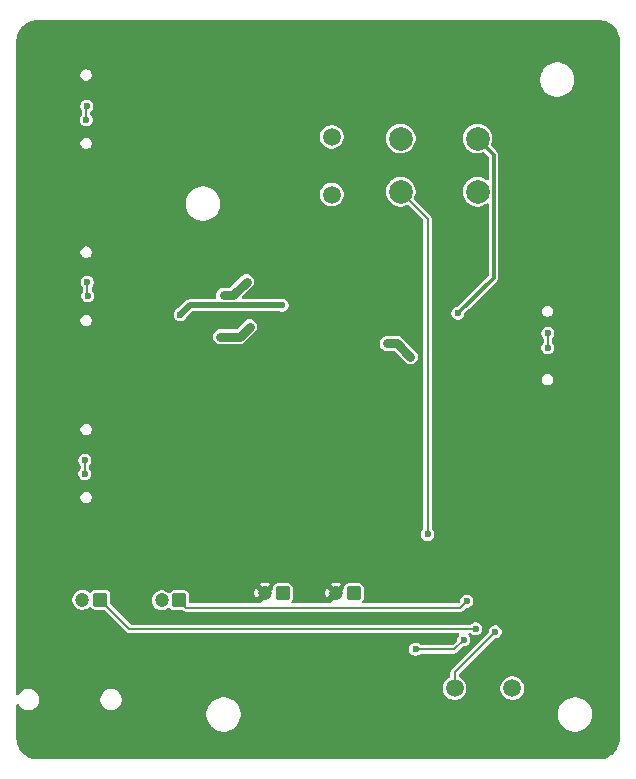
<source format=gbr>
%TF.GenerationSoftware,KiCad,Pcbnew,9.0.6*%
%TF.CreationDate,2025-12-10T20:15:34-10:00*%
%TF.ProjectId,PCB,5043422e-6b69-4636-9164-5f7063625858,rev?*%
%TF.SameCoordinates,Original*%
%TF.FileFunction,Copper,L2,Bot*%
%TF.FilePolarity,Positive*%
%FSLAX46Y46*%
G04 Gerber Fmt 4.6, Leading zero omitted, Abs format (unit mm)*
G04 Created by KiCad (PCBNEW 9.0.6) date 2025-12-10 20:15:34*
%MOMM*%
%LPD*%
G01*
G04 APERTURE LIST*
G04 Aperture macros list*
%AMRoundRect*
0 Rectangle with rounded corners*
0 $1 Rounding radius*
0 $2 $3 $4 $5 $6 $7 $8 $9 X,Y pos of 4 corners*
0 Add a 4 corners polygon primitive as box body*
4,1,4,$2,$3,$4,$5,$6,$7,$8,$9,$2,$3,0*
0 Add four circle primitives for the rounded corners*
1,1,$1+$1,$2,$3*
1,1,$1+$1,$4,$5*
1,1,$1+$1,$6,$7*
1,1,$1+$1,$8,$9*
0 Add four rect primitives between the rounded corners*
20,1,$1+$1,$2,$3,$4,$5,0*
20,1,$1+$1,$4,$5,$6,$7,0*
20,1,$1+$1,$6,$7,$8,$9,0*
20,1,$1+$1,$8,$9,$2,$3,0*%
G04 Aperture macros list end*
%TA.AperFunction,ComponentPad*%
%ADD10RoundRect,0.250000X0.350000X0.350000X-0.350000X0.350000X-0.350000X-0.350000X0.350000X-0.350000X0*%
%TD*%
%TA.AperFunction,ComponentPad*%
%ADD11C,1.200000*%
%TD*%
%TA.AperFunction,ComponentPad*%
%ADD12C,2.000000*%
%TD*%
%TA.AperFunction,ComponentPad*%
%ADD13C,1.500000*%
%TD*%
%TA.AperFunction,ViaPad*%
%ADD14C,0.600000*%
%TD*%
%TA.AperFunction,Conductor*%
%ADD15C,0.300000*%
%TD*%
%TA.AperFunction,Conductor*%
%ADD16C,0.500000*%
%TD*%
%TA.AperFunction,Conductor*%
%ADD17C,0.200000*%
%TD*%
%TA.AperFunction,Conductor*%
%ADD18C,0.770000*%
%TD*%
G04 APERTURE END LIST*
D10*
%TO.P,C12,1*%
%TO.N,Net-(U1-VCOM)*%
X75250000Y-91000000D03*
D11*
%TO.P,C12,2*%
%TO.N,GND*%
X73750000Y-91000000D03*
%TD*%
D10*
%TO.P,C7,1*%
%TO.N,Net-(U1-VOUTL)*%
X60500000Y-91600000D03*
D11*
%TO.P,C7,2*%
%TO.N,/L_Out*%
X59000000Y-91600000D03*
%TD*%
D10*
%TO.P,C8,1*%
%TO.N,Net-(U1-VOUTR)*%
X53800000Y-91550000D03*
D11*
%TO.P,C8,2*%
%TO.N,/R_Out*%
X52300000Y-91550000D03*
%TD*%
D12*
%TO.P,SW1,1,1*%
%TO.N,+5V*%
X79250000Y-52500000D03*
X85750000Y-52500000D03*
%TO.P,SW1,2,2*%
%TO.N,/Mute*%
X79250000Y-57000000D03*
X85750000Y-57000000D03*
%TD*%
D10*
%TO.P,C11,1*%
%TO.N,Net-(U1-VCCCI)*%
X69250000Y-91000000D03*
D11*
%TO.P,C11,2*%
%TO.N,GND*%
X67750000Y-91000000D03*
%TD*%
D13*
%TO.P,Y2,1,1*%
%TO.N,Net-(IC1-XIN)*%
X73400000Y-52360000D03*
%TO.P,Y2,2,2*%
%TO.N,Net-(IC1-XOUT)*%
X73400000Y-57240000D03*
%TD*%
%TO.P,Y1,1,1*%
%TO.N,Net-(U1-XTI)*%
X83810000Y-99025000D03*
%TO.P,Y1,2,2*%
%TO.N,Net-(U1-XTO)*%
X88690000Y-99025000D03*
%TD*%
D14*
%TO.N,GND*%
X62206918Y-50000000D03*
X66000000Y-83000000D03*
X61000000Y-72000000D03*
X62500000Y-54250000D03*
X59000000Y-47500000D03*
X59000000Y-67500000D03*
X85500000Y-68000000D03*
X87875000Y-90350000D03*
X59000000Y-52500000D03*
X62006918Y-79999999D03*
X59000000Y-82500000D03*
X59000000Y-62500000D03*
X59000000Y-77500000D03*
X82424502Y-70000000D03*
X85500000Y-72000000D03*
X62006919Y-65000000D03*
%TO.N,+5V*%
X84074032Y-67299000D03*
X69200000Y-66600000D03*
X60593838Y-67393838D03*
%TO.N,Net-(U1-VOUTL)*%
X84850000Y-91650000D03*
%TO.N,Net-(U1-VOUTR)*%
X85600000Y-94000000D03*
%TO.N,Net-(U1-XTI)*%
X87250000Y-94250000D03*
%TO.N,Net-(U1-XTO)*%
X84582500Y-94917500D03*
X80500000Y-95750000D03*
%TO.N,/D3+*%
X63983847Y-69263847D03*
X66450000Y-68420000D03*
%TO.N,/D_In+*%
X78090000Y-69840000D03*
X80060000Y-70960000D03*
%TO.N,/D2-*%
X66200000Y-64600000D03*
X64250000Y-65750000D03*
%TO.N,/D1_Mid+*%
X52625000Y-50909075D03*
X52650000Y-49750000D03*
%TO.N,/D2_Mid+*%
X52715156Y-64672501D03*
X52745704Y-65796227D03*
%TO.N,/D3_Mid+*%
X52500000Y-80875000D03*
X52500000Y-79750000D03*
%TO.N,/Mute*%
X81515000Y-86015000D03*
%TO.N,/D_In_Mid+*%
X91690000Y-70200000D03*
X91690000Y-69000000D03*
%TD*%
D15*
%TO.N,+5V*%
X85750000Y-52500000D02*
X87101000Y-53851000D01*
X87101000Y-64272032D02*
X84074032Y-67299000D01*
D16*
X61387676Y-66600000D02*
X60593838Y-67393838D01*
D15*
X87101000Y-53851000D02*
X87101000Y-64272032D01*
D16*
X69200000Y-66600000D02*
X61387676Y-66600000D01*
D17*
%TO.N,Net-(U1-VOUTL)*%
X60500000Y-91600000D02*
X61100000Y-92200000D01*
X61100000Y-92200000D02*
X84300000Y-92200000D01*
X84300000Y-92200000D02*
X84850000Y-91650000D01*
%TO.N,Net-(U1-VOUTR)*%
X56250000Y-94000000D02*
X53800000Y-91550000D01*
X85600000Y-94000000D02*
X56250000Y-94000000D01*
%TO.N,Net-(U1-XTI)*%
X83810000Y-97690000D02*
X87250000Y-94250000D01*
X83810000Y-99025000D02*
X83810000Y-97690000D01*
%TO.N,Net-(U1-XTO)*%
X84582500Y-94917500D02*
X83750000Y-95750000D01*
X83750000Y-95750000D02*
X80500000Y-95750000D01*
D18*
%TO.N,/D3+*%
X65606153Y-69263847D02*
X66450000Y-68420000D01*
X63983847Y-69263847D02*
X65606153Y-69263847D01*
%TO.N,/D_In+*%
X78090000Y-69840000D02*
X78940000Y-69840000D01*
X78940000Y-69840000D02*
X80060000Y-70960000D01*
%TO.N,/D2-*%
X65050000Y-65750000D02*
X66200000Y-64600000D01*
X64250000Y-65750000D02*
X65050000Y-65750000D01*
D17*
%TO.N,/D1_Mid+*%
X52625000Y-49775000D02*
X52650000Y-49750000D01*
X52625000Y-50868150D02*
X52625000Y-49775000D01*
X52665925Y-50909075D02*
X52625000Y-50868150D01*
X52625000Y-50909075D02*
X52665925Y-50909075D01*
%TO.N,/D2_Mid+*%
X52715156Y-65765679D02*
X52715156Y-64672501D01*
X52745704Y-65796227D02*
X52715156Y-65765679D01*
%TO.N,/D3_Mid+*%
X52500000Y-80875000D02*
X52500000Y-79750000D01*
%TO.N,/Mute*%
X81515000Y-59265000D02*
X79250000Y-57000000D01*
X81515000Y-86015000D02*
X81515000Y-59265000D01*
%TO.N,/D_In_Mid+*%
X91690000Y-69000000D02*
X91690000Y-70200000D01*
%TD*%
%TA.AperFunction,Conductor*%
%TO.N,GND*%
G36*
X96004043Y-42450765D02*
G01*
X96226790Y-42465364D01*
X96242848Y-42467479D01*
X96428875Y-42504482D01*
X96457771Y-42510230D01*
X96473438Y-42514428D01*
X96626569Y-42566409D01*
X96680944Y-42584867D01*
X96695921Y-42591070D01*
X96886791Y-42685196D01*
X96892460Y-42687992D01*
X96906508Y-42696102D01*
X97088712Y-42817848D01*
X97101573Y-42827716D01*
X97206495Y-42919730D01*
X97266328Y-42972202D01*
X97277797Y-42983671D01*
X97388160Y-43109517D01*
X97422280Y-43148423D01*
X97432154Y-43161291D01*
X97553897Y-43343492D01*
X97562007Y-43357539D01*
X97658926Y-43554071D01*
X97665133Y-43569057D01*
X97735571Y-43776561D01*
X97739769Y-43792228D01*
X97782518Y-44007140D01*
X97784636Y-44023221D01*
X97799235Y-44245956D01*
X97799500Y-44254066D01*
X97799500Y-103245933D01*
X97799235Y-103254043D01*
X97784636Y-103476778D01*
X97782518Y-103492859D01*
X97739769Y-103707771D01*
X97735571Y-103723438D01*
X97665133Y-103930942D01*
X97658926Y-103945928D01*
X97562007Y-104142460D01*
X97553897Y-104156507D01*
X97432154Y-104338708D01*
X97422280Y-104351576D01*
X97277797Y-104516328D01*
X97266328Y-104527797D01*
X97101576Y-104672280D01*
X97088708Y-104682154D01*
X96906507Y-104803897D01*
X96892460Y-104812007D01*
X96695928Y-104908926D01*
X96680942Y-104915133D01*
X96473438Y-104985571D01*
X96457771Y-104989769D01*
X96242859Y-105032518D01*
X96226778Y-105034636D01*
X96004043Y-105049235D01*
X95995933Y-105049500D01*
X48504067Y-105049500D01*
X48495957Y-105049235D01*
X48273221Y-105034636D01*
X48257140Y-105032518D01*
X48042228Y-104989769D01*
X48026561Y-104985571D01*
X47819057Y-104915133D01*
X47804071Y-104908926D01*
X47607539Y-104812007D01*
X47593492Y-104803897D01*
X47411291Y-104682154D01*
X47398423Y-104672280D01*
X47233671Y-104527797D01*
X47222202Y-104516328D01*
X47169730Y-104456495D01*
X47077716Y-104351573D01*
X47067845Y-104338708D01*
X46946102Y-104156507D01*
X46937992Y-104142460D01*
X46935196Y-104136791D01*
X46841070Y-103945921D01*
X46834866Y-103930942D01*
X46764428Y-103723438D01*
X46760230Y-103707771D01*
X46748217Y-103647376D01*
X46717479Y-103492848D01*
X46715364Y-103476790D01*
X46700765Y-103254043D01*
X46700500Y-103245933D01*
X46700500Y-101135837D01*
X62799500Y-101135837D01*
X62799500Y-101364162D01*
X62835215Y-101589660D01*
X62905770Y-101806803D01*
X63009421Y-102010228D01*
X63143621Y-102194937D01*
X63305063Y-102356379D01*
X63489772Y-102490579D01*
X63585884Y-102539550D01*
X63693196Y-102594229D01*
X63693198Y-102594229D01*
X63693201Y-102594231D01*
X63809592Y-102632049D01*
X63910339Y-102664784D01*
X64135838Y-102700500D01*
X64135843Y-102700500D01*
X64364162Y-102700500D01*
X64589660Y-102664784D01*
X64806799Y-102594231D01*
X65010228Y-102490579D01*
X65194937Y-102356379D01*
X65356379Y-102194937D01*
X65490579Y-102010228D01*
X65594231Y-101806799D01*
X65664784Y-101589660D01*
X65700500Y-101364162D01*
X65700500Y-101135837D01*
X92549500Y-101135837D01*
X92549500Y-101364162D01*
X92585215Y-101589660D01*
X92655770Y-101806803D01*
X92759421Y-102010228D01*
X92893621Y-102194937D01*
X93055063Y-102356379D01*
X93239772Y-102490579D01*
X93335884Y-102539550D01*
X93443196Y-102594229D01*
X93443198Y-102594229D01*
X93443201Y-102594231D01*
X93559592Y-102632049D01*
X93660339Y-102664784D01*
X93885838Y-102700500D01*
X93885843Y-102700500D01*
X94114162Y-102700500D01*
X94339660Y-102664784D01*
X94556799Y-102594231D01*
X94760228Y-102490579D01*
X94944937Y-102356379D01*
X95106379Y-102194937D01*
X95240579Y-102010228D01*
X95344231Y-101806799D01*
X95414784Y-101589660D01*
X95450500Y-101364162D01*
X95450500Y-101135837D01*
X95414784Y-100910339D01*
X95344229Y-100693196D01*
X95283513Y-100574035D01*
X95240579Y-100489772D01*
X95106379Y-100305063D01*
X94944937Y-100143621D01*
X94760228Y-100009421D01*
X94556803Y-99905770D01*
X94339660Y-99835215D01*
X94114162Y-99799500D01*
X94114157Y-99799500D01*
X93885843Y-99799500D01*
X93885838Y-99799500D01*
X93660339Y-99835215D01*
X93443196Y-99905770D01*
X93239771Y-100009421D01*
X93055061Y-100143622D01*
X92893622Y-100305061D01*
X92759421Y-100489771D01*
X92655770Y-100693196D01*
X92585215Y-100910339D01*
X92549500Y-101135837D01*
X65700500Y-101135837D01*
X65664784Y-100910339D01*
X65594229Y-100693196D01*
X65533513Y-100574035D01*
X65490579Y-100489772D01*
X65356379Y-100305063D01*
X65194937Y-100143621D01*
X65010228Y-100009421D01*
X64806803Y-99905770D01*
X64589660Y-99835215D01*
X64364162Y-99799500D01*
X64364157Y-99799500D01*
X64135843Y-99799500D01*
X64135838Y-99799500D01*
X63910339Y-99835215D01*
X63693196Y-99905770D01*
X63489771Y-100009421D01*
X63305061Y-100143622D01*
X63143622Y-100305061D01*
X63009421Y-100489771D01*
X62905770Y-100693196D01*
X62835215Y-100910339D01*
X62799500Y-101135837D01*
X46700500Y-101135837D01*
X46700500Y-100496359D01*
X46720185Y-100429320D01*
X46772989Y-100383565D01*
X46842147Y-100373621D01*
X46905703Y-100402646D01*
X46927602Y-100427468D01*
X47025535Y-100574034D01*
X47025538Y-100574038D01*
X47150961Y-100699461D01*
X47150965Y-100699464D01*
X47298446Y-100798009D01*
X47298459Y-100798016D01*
X47421363Y-100848923D01*
X47462334Y-100865894D01*
X47462336Y-100865894D01*
X47462341Y-100865896D01*
X47636304Y-100900499D01*
X47636307Y-100900500D01*
X47636309Y-100900500D01*
X47813693Y-100900500D01*
X47813694Y-100900499D01*
X47871682Y-100888964D01*
X47987658Y-100865896D01*
X47987661Y-100865894D01*
X47987666Y-100865894D01*
X48151547Y-100798013D01*
X48299035Y-100699464D01*
X48424464Y-100574035D01*
X48523013Y-100426547D01*
X48590894Y-100262666D01*
X48602255Y-100205554D01*
X48625499Y-100088695D01*
X48625500Y-100088693D01*
X48625500Y-99911306D01*
X48625499Y-99911304D01*
X53824500Y-99911304D01*
X53824500Y-100088695D01*
X53859103Y-100262658D01*
X53859106Y-100262667D01*
X53926983Y-100426540D01*
X53926990Y-100426553D01*
X54025535Y-100574034D01*
X54025538Y-100574038D01*
X54150961Y-100699461D01*
X54150965Y-100699464D01*
X54298446Y-100798009D01*
X54298459Y-100798016D01*
X54421363Y-100848923D01*
X54462334Y-100865894D01*
X54462336Y-100865894D01*
X54462341Y-100865896D01*
X54636304Y-100900499D01*
X54636307Y-100900500D01*
X54636309Y-100900500D01*
X54813693Y-100900500D01*
X54813694Y-100900499D01*
X54871682Y-100888964D01*
X54987658Y-100865896D01*
X54987661Y-100865894D01*
X54987666Y-100865894D01*
X55151547Y-100798013D01*
X55299035Y-100699464D01*
X55424464Y-100574035D01*
X55523013Y-100426547D01*
X55590894Y-100262666D01*
X55602255Y-100205554D01*
X55625499Y-100088695D01*
X55625500Y-100088693D01*
X55625500Y-99911306D01*
X55625499Y-99911304D01*
X55590896Y-99737341D01*
X55590893Y-99737332D01*
X55523016Y-99573459D01*
X55523009Y-99573446D01*
X55424464Y-99425965D01*
X55424461Y-99425961D01*
X55299038Y-99300538D01*
X55299034Y-99300535D01*
X55151553Y-99201990D01*
X55151540Y-99201983D01*
X54987667Y-99134106D01*
X54987658Y-99134103D01*
X54934568Y-99123543D01*
X82809499Y-99123543D01*
X82847947Y-99316829D01*
X82847950Y-99316839D01*
X82923364Y-99498907D01*
X82923371Y-99498920D01*
X83032860Y-99662781D01*
X83032863Y-99662785D01*
X83172214Y-99802136D01*
X83172218Y-99802139D01*
X83336079Y-99911628D01*
X83336092Y-99911635D01*
X83518160Y-99987049D01*
X83518165Y-99987051D01*
X83518169Y-99987051D01*
X83518170Y-99987052D01*
X83711456Y-100025500D01*
X83711459Y-100025500D01*
X83908543Y-100025500D01*
X84038582Y-99999632D01*
X84101835Y-99987051D01*
X84283914Y-99911632D01*
X84447782Y-99802139D01*
X84587139Y-99662782D01*
X84696632Y-99498914D01*
X84772051Y-99316835D01*
X84784632Y-99253582D01*
X84810500Y-99123543D01*
X87689499Y-99123543D01*
X87727947Y-99316829D01*
X87727950Y-99316839D01*
X87803364Y-99498907D01*
X87803371Y-99498920D01*
X87912860Y-99662781D01*
X87912863Y-99662785D01*
X88052214Y-99802136D01*
X88052218Y-99802139D01*
X88216079Y-99911628D01*
X88216092Y-99911635D01*
X88398160Y-99987049D01*
X88398165Y-99987051D01*
X88398169Y-99987051D01*
X88398170Y-99987052D01*
X88591456Y-100025500D01*
X88591459Y-100025500D01*
X88788543Y-100025500D01*
X88918582Y-99999632D01*
X88981835Y-99987051D01*
X89163914Y-99911632D01*
X89327782Y-99802139D01*
X89467139Y-99662782D01*
X89576632Y-99498914D01*
X89652051Y-99316835D01*
X89664632Y-99253582D01*
X89690500Y-99123543D01*
X89690500Y-98926456D01*
X89652052Y-98733170D01*
X89652051Y-98733169D01*
X89652051Y-98733165D01*
X89652049Y-98733160D01*
X89576635Y-98551092D01*
X89576628Y-98551079D01*
X89467139Y-98387218D01*
X89467136Y-98387214D01*
X89327785Y-98247863D01*
X89327781Y-98247860D01*
X89163920Y-98138371D01*
X89163907Y-98138364D01*
X88981839Y-98062950D01*
X88981829Y-98062947D01*
X88788543Y-98024500D01*
X88788541Y-98024500D01*
X88591459Y-98024500D01*
X88591457Y-98024500D01*
X88398170Y-98062947D01*
X88398160Y-98062950D01*
X88216092Y-98138364D01*
X88216079Y-98138371D01*
X88052218Y-98247860D01*
X88052214Y-98247863D01*
X87912863Y-98387214D01*
X87912860Y-98387218D01*
X87803371Y-98551079D01*
X87803364Y-98551092D01*
X87727950Y-98733160D01*
X87727947Y-98733170D01*
X87689500Y-98926456D01*
X87689500Y-98926459D01*
X87689500Y-99123541D01*
X87689500Y-99123543D01*
X87689499Y-99123543D01*
X84810500Y-99123543D01*
X84810500Y-98926456D01*
X84772052Y-98733170D01*
X84772051Y-98733169D01*
X84772051Y-98733165D01*
X84772049Y-98733160D01*
X84696635Y-98551092D01*
X84696628Y-98551079D01*
X84587139Y-98387218D01*
X84587136Y-98387214D01*
X84447785Y-98247863D01*
X84447781Y-98247860D01*
X84283920Y-98138371D01*
X84283905Y-98138363D01*
X84237046Y-98118953D01*
X84221482Y-98106410D01*
X84203297Y-98098106D01*
X84194832Y-98084935D01*
X84182643Y-98075112D01*
X84176330Y-98056144D01*
X84165523Y-98039328D01*
X84161559Y-98011764D01*
X84160579Y-98008817D01*
X84160500Y-98004393D01*
X84160500Y-97886544D01*
X84180185Y-97819505D01*
X84196819Y-97798863D01*
X87158863Y-94836819D01*
X87220186Y-94803334D01*
X87246544Y-94800500D01*
X87322472Y-94800500D01*
X87322475Y-94800500D01*
X87462485Y-94762984D01*
X87588015Y-94690509D01*
X87690509Y-94588015D01*
X87762984Y-94462485D01*
X87800500Y-94322475D01*
X87800500Y-94177525D01*
X87762984Y-94037515D01*
X87690509Y-93911985D01*
X87588015Y-93809491D01*
X87588013Y-93809490D01*
X87588011Y-93809488D01*
X87462488Y-93737017D01*
X87462489Y-93737017D01*
X87451006Y-93733940D01*
X87322475Y-93699500D01*
X87177525Y-93699500D01*
X87048993Y-93733940D01*
X87037511Y-93737017D01*
X86911988Y-93809488D01*
X86911982Y-93809493D01*
X86809493Y-93911982D01*
X86809488Y-93911988D01*
X86737017Y-94037511D01*
X86737016Y-94037515D01*
X86699500Y-94177525D01*
X86699500Y-94177527D01*
X86699500Y-94253456D01*
X86679815Y-94320495D01*
X86663181Y-94341137D01*
X83529531Y-97474786D01*
X83529527Y-97474791D01*
X83483387Y-97554709D01*
X83483386Y-97554712D01*
X83459500Y-97643856D01*
X83459500Y-98004393D01*
X83439815Y-98071432D01*
X83387011Y-98117187D01*
X83382954Y-98118953D01*
X83336094Y-98138363D01*
X83336079Y-98138371D01*
X83172218Y-98247860D01*
X83172214Y-98247863D01*
X83032863Y-98387214D01*
X83032860Y-98387218D01*
X82923371Y-98551079D01*
X82923364Y-98551092D01*
X82847950Y-98733160D01*
X82847947Y-98733170D01*
X82809500Y-98926456D01*
X82809500Y-98926459D01*
X82809500Y-99123541D01*
X82809500Y-99123543D01*
X82809499Y-99123543D01*
X54934568Y-99123543D01*
X54813694Y-99099500D01*
X54813691Y-99099500D01*
X54636309Y-99099500D01*
X54636306Y-99099500D01*
X54462341Y-99134103D01*
X54462332Y-99134106D01*
X54298459Y-99201983D01*
X54298446Y-99201990D01*
X54150965Y-99300535D01*
X54150961Y-99300538D01*
X54025538Y-99425961D01*
X54025535Y-99425965D01*
X53926990Y-99573446D01*
X53926983Y-99573459D01*
X53859106Y-99737332D01*
X53859103Y-99737341D01*
X53824500Y-99911304D01*
X48625499Y-99911304D01*
X48590896Y-99737341D01*
X48590893Y-99737332D01*
X48523016Y-99573459D01*
X48523009Y-99573446D01*
X48424464Y-99425965D01*
X48424461Y-99425961D01*
X48299038Y-99300538D01*
X48299034Y-99300535D01*
X48151553Y-99201990D01*
X48151540Y-99201983D01*
X47987667Y-99134106D01*
X47987658Y-99134103D01*
X47813694Y-99099500D01*
X47813691Y-99099500D01*
X47636309Y-99099500D01*
X47636306Y-99099500D01*
X47462341Y-99134103D01*
X47462332Y-99134106D01*
X47298459Y-99201983D01*
X47298446Y-99201990D01*
X47150965Y-99300535D01*
X47150961Y-99300538D01*
X47025538Y-99425961D01*
X47025535Y-99425965D01*
X46927602Y-99572531D01*
X46873989Y-99617336D01*
X46804664Y-99626043D01*
X46741637Y-99595888D01*
X46704918Y-99536445D01*
X46700500Y-99503640D01*
X46700500Y-91466228D01*
X51449500Y-91466228D01*
X51449500Y-91633771D01*
X51482182Y-91798074D01*
X51482184Y-91798082D01*
X51546295Y-91952860D01*
X51639373Y-92092162D01*
X51757837Y-92210626D01*
X51819957Y-92252133D01*
X51897137Y-92303703D01*
X51897138Y-92303703D01*
X51897139Y-92303704D01*
X51906417Y-92307547D01*
X52051918Y-92367816D01*
X52216228Y-92400499D01*
X52216232Y-92400500D01*
X52216233Y-92400500D01*
X52383768Y-92400500D01*
X52383769Y-92400499D01*
X52548082Y-92367816D01*
X52702863Y-92303703D01*
X52842162Y-92210626D01*
X52864024Y-92188763D01*
X52925345Y-92155279D01*
X52995036Y-92160262D01*
X53050971Y-92202133D01*
X53092455Y-92257547D01*
X53207664Y-92343793D01*
X53207671Y-92343797D01*
X53252618Y-92360561D01*
X53342517Y-92394091D01*
X53402127Y-92400500D01*
X54103455Y-92400499D01*
X54170494Y-92420183D01*
X54191136Y-92436818D01*
X56034788Y-94280470D01*
X56104085Y-94320478D01*
X56104087Y-94320480D01*
X56107538Y-94322472D01*
X56114712Y-94326614D01*
X56203856Y-94350500D01*
X84071614Y-94350500D01*
X84138653Y-94370185D01*
X84184408Y-94422989D01*
X84194352Y-94492147D01*
X84165327Y-94555703D01*
X84159295Y-94562181D01*
X84141993Y-94579482D01*
X84141988Y-94579488D01*
X84069517Y-94705011D01*
X84069516Y-94705015D01*
X84032000Y-94845025D01*
X84032000Y-94845027D01*
X84032000Y-94920956D01*
X84012315Y-94987995D01*
X83995681Y-95008637D01*
X83641137Y-95363181D01*
X83579814Y-95396666D01*
X83553456Y-95399500D01*
X80979386Y-95399500D01*
X80912347Y-95379815D01*
X80891705Y-95363181D01*
X80838017Y-95309493D01*
X80838011Y-95309488D01*
X80712488Y-95237017D01*
X80712489Y-95237017D01*
X80701006Y-95233940D01*
X80572475Y-95199500D01*
X80427525Y-95199500D01*
X80298993Y-95233940D01*
X80287511Y-95237017D01*
X80161988Y-95309488D01*
X80161982Y-95309493D01*
X80059493Y-95411982D01*
X80059488Y-95411988D01*
X79987017Y-95537511D01*
X79987016Y-95537515D01*
X79949500Y-95677525D01*
X79949500Y-95822475D01*
X79987016Y-95962485D01*
X79987017Y-95962488D01*
X80059488Y-96088011D01*
X80059490Y-96088013D01*
X80059491Y-96088015D01*
X80161985Y-96190509D01*
X80161986Y-96190510D01*
X80161988Y-96190511D01*
X80287511Y-96262982D01*
X80287512Y-96262982D01*
X80287515Y-96262984D01*
X80427525Y-96300500D01*
X80427528Y-96300500D01*
X80572472Y-96300500D01*
X80572475Y-96300500D01*
X80712485Y-96262984D01*
X80838015Y-96190509D01*
X80891705Y-96136819D01*
X80953028Y-96103334D01*
X80979386Y-96100500D01*
X83796142Y-96100500D01*
X83796144Y-96100500D01*
X83885288Y-96076614D01*
X83895912Y-96070480D01*
X83965212Y-96030470D01*
X84491363Y-95504319D01*
X84552686Y-95470834D01*
X84579044Y-95468000D01*
X84654972Y-95468000D01*
X84654975Y-95468000D01*
X84794985Y-95430484D01*
X84920515Y-95358009D01*
X85023009Y-95255515D01*
X85095484Y-95129985D01*
X85133000Y-94989975D01*
X85133000Y-94845025D01*
X85095484Y-94705015D01*
X85087107Y-94690506D01*
X85023011Y-94579488D01*
X85023006Y-94579482D01*
X85005705Y-94562181D01*
X84995092Y-94542744D01*
X84980592Y-94526011D01*
X84978675Y-94512679D01*
X84972220Y-94500858D01*
X84973799Y-94478771D01*
X84970648Y-94456853D01*
X84976243Y-94444601D01*
X84977204Y-94431166D01*
X84990474Y-94413439D01*
X84999673Y-94393297D01*
X85011004Y-94386014D01*
X85019076Y-94375233D01*
X85039821Y-94367495D01*
X85058451Y-94355523D01*
X85080369Y-94352371D01*
X85084540Y-94350816D01*
X85093386Y-94350500D01*
X85120614Y-94350500D01*
X85187653Y-94370185D01*
X85208295Y-94386819D01*
X85261985Y-94440509D01*
X85261986Y-94440510D01*
X85261988Y-94440511D01*
X85387511Y-94512982D01*
X85387512Y-94512982D01*
X85387515Y-94512984D01*
X85527525Y-94550500D01*
X85527528Y-94550500D01*
X85672472Y-94550500D01*
X85672475Y-94550500D01*
X85812485Y-94512984D01*
X85938015Y-94440509D01*
X86040509Y-94338015D01*
X86112984Y-94212485D01*
X86150500Y-94072475D01*
X86150500Y-93927525D01*
X86112984Y-93787515D01*
X86083828Y-93737016D01*
X86040511Y-93661988D01*
X86040506Y-93661982D01*
X85938017Y-93559493D01*
X85938011Y-93559488D01*
X85812488Y-93487017D01*
X85812489Y-93487017D01*
X85801006Y-93483940D01*
X85672475Y-93449500D01*
X85527525Y-93449500D01*
X85398993Y-93483940D01*
X85387511Y-93487017D01*
X85261988Y-93559488D01*
X85261982Y-93559493D01*
X85208295Y-93613181D01*
X85146972Y-93646666D01*
X85120614Y-93649500D01*
X56446544Y-93649500D01*
X56379505Y-93629815D01*
X56358863Y-93613181D01*
X54686818Y-91941136D01*
X54653333Y-91879813D01*
X54650499Y-91853455D01*
X54650499Y-91516228D01*
X58149500Y-91516228D01*
X58149500Y-91683771D01*
X58182182Y-91848074D01*
X58182184Y-91848082D01*
X58246295Y-92002860D01*
X58339373Y-92142162D01*
X58457837Y-92260626D01*
X58528058Y-92307546D01*
X58597137Y-92353703D01*
X58751918Y-92417816D01*
X58916228Y-92450499D01*
X58916232Y-92450500D01*
X58916233Y-92450500D01*
X59083768Y-92450500D01*
X59083769Y-92450499D01*
X59248082Y-92417816D01*
X59402863Y-92353703D01*
X59542162Y-92260626D01*
X59564024Y-92238763D01*
X59625345Y-92205279D01*
X59695036Y-92210262D01*
X59750971Y-92252133D01*
X59792455Y-92307547D01*
X59907664Y-92393793D01*
X59907671Y-92393797D01*
X59925643Y-92400500D01*
X60042517Y-92444091D01*
X60102127Y-92450500D01*
X60803637Y-92450499D01*
X60870676Y-92470183D01*
X60879125Y-92476125D01*
X60884786Y-92480469D01*
X60884788Y-92480470D01*
X60964712Y-92526614D01*
X61053856Y-92550500D01*
X61053858Y-92550500D01*
X84346142Y-92550500D01*
X84346144Y-92550500D01*
X84435288Y-92526614D01*
X84515212Y-92480470D01*
X84758863Y-92236819D01*
X84820186Y-92203334D01*
X84846544Y-92200500D01*
X84922472Y-92200500D01*
X84922475Y-92200500D01*
X85062485Y-92162984D01*
X85188015Y-92090509D01*
X85290509Y-91988015D01*
X85362984Y-91862485D01*
X85400500Y-91722475D01*
X85400500Y-91577525D01*
X85362984Y-91437515D01*
X85362642Y-91436923D01*
X85290511Y-91311988D01*
X85290506Y-91311982D01*
X85188017Y-91209493D01*
X85188011Y-91209488D01*
X85062488Y-91137017D01*
X85062489Y-91137017D01*
X85051006Y-91133940D01*
X84922475Y-91099500D01*
X84777525Y-91099500D01*
X84648993Y-91133940D01*
X84637511Y-91137017D01*
X84511988Y-91209488D01*
X84511982Y-91209493D01*
X84409493Y-91311982D01*
X84409488Y-91311988D01*
X84337017Y-91437511D01*
X84337016Y-91437515D01*
X84299500Y-91577525D01*
X84299500Y-91577527D01*
X84299500Y-91653456D01*
X84290855Y-91682896D01*
X84284332Y-91712883D01*
X84280577Y-91717898D01*
X84279815Y-91720495D01*
X84263181Y-91741137D01*
X84191137Y-91813181D01*
X84129814Y-91846666D01*
X84103456Y-91849500D01*
X76099001Y-91849500D01*
X76031962Y-91829815D01*
X75986207Y-91777011D01*
X75976263Y-91707853D01*
X75999734Y-91651189D01*
X76043796Y-91592331D01*
X76094091Y-91457483D01*
X76100500Y-91397873D01*
X76100499Y-90602128D01*
X76094091Y-90542517D01*
X76043796Y-90407669D01*
X76043795Y-90407668D01*
X76043793Y-90407664D01*
X75957547Y-90292455D01*
X75957544Y-90292452D01*
X75842335Y-90206206D01*
X75842328Y-90206202D01*
X75707482Y-90155908D01*
X75707483Y-90155908D01*
X75647883Y-90149501D01*
X75647881Y-90149500D01*
X75647873Y-90149500D01*
X75647864Y-90149500D01*
X74852129Y-90149500D01*
X74852123Y-90149501D01*
X74792516Y-90155908D01*
X74657671Y-90206202D01*
X74657664Y-90206206D01*
X74542455Y-90292452D01*
X74542452Y-90292455D01*
X74456206Y-90407664D01*
X74456202Y-90407671D01*
X74405908Y-90542517D01*
X74402557Y-90573691D01*
X74399501Y-90602123D01*
X74399500Y-90602135D01*
X74399500Y-90652691D01*
X74379815Y-90719730D01*
X74363181Y-90740372D01*
X74044854Y-91058699D01*
X74050000Y-91039496D01*
X74050000Y-90960504D01*
X74029556Y-90884204D01*
X73990060Y-90815795D01*
X73934205Y-90759940D01*
X73865796Y-90720444D01*
X73789496Y-90700000D01*
X73710504Y-90700000D01*
X73634204Y-90720444D01*
X73565795Y-90759940D01*
X73509940Y-90815795D01*
X73470444Y-90884204D01*
X73450000Y-90960504D01*
X73450000Y-91039496D01*
X73470444Y-91115796D01*
X73509940Y-91184205D01*
X73565795Y-91240060D01*
X73634204Y-91279556D01*
X73710504Y-91300000D01*
X73789496Y-91300000D01*
X73808698Y-91294854D01*
X73290371Y-91813181D01*
X73229048Y-91846666D01*
X73202690Y-91849500D01*
X70099001Y-91849500D01*
X70031962Y-91829815D01*
X69986207Y-91777011D01*
X69976263Y-91707853D01*
X69999734Y-91651189D01*
X70043796Y-91592331D01*
X70094091Y-91457483D01*
X70100500Y-91397873D01*
X70100499Y-90911353D01*
X72850000Y-90911353D01*
X72850000Y-91088646D01*
X72884584Y-91262512D01*
X72884586Y-91262520D01*
X72952430Y-91426311D01*
X72959522Y-91436923D01*
X73396446Y-91000000D01*
X72959522Y-90563076D01*
X72959521Y-90563076D01*
X72952429Y-90573691D01*
X72884586Y-90737479D01*
X72884584Y-90737487D01*
X72850000Y-90911353D01*
X70100499Y-90911353D01*
X70100499Y-90602128D01*
X70094091Y-90542517D01*
X70043796Y-90407669D01*
X69957546Y-90292454D01*
X69957544Y-90292452D01*
X69957543Y-90292451D01*
X69846763Y-90209521D01*
X73313076Y-90209521D01*
X73313076Y-90209522D01*
X73750000Y-90646446D01*
X73750001Y-90646446D01*
X74186923Y-90209522D01*
X74176311Y-90202430D01*
X74012520Y-90134586D01*
X74012512Y-90134584D01*
X73838646Y-90100000D01*
X73661353Y-90100000D01*
X73487487Y-90134584D01*
X73487479Y-90134586D01*
X73323691Y-90202429D01*
X73313076Y-90209521D01*
X69846763Y-90209521D01*
X69842335Y-90206206D01*
X69842328Y-90206202D01*
X69707482Y-90155908D01*
X69707483Y-90155908D01*
X69647883Y-90149501D01*
X69647881Y-90149500D01*
X69647873Y-90149500D01*
X69647864Y-90149500D01*
X68852129Y-90149500D01*
X68852123Y-90149501D01*
X68792516Y-90155908D01*
X68657671Y-90206202D01*
X68657664Y-90206206D01*
X68542455Y-90292452D01*
X68542452Y-90292455D01*
X68456206Y-90407664D01*
X68456202Y-90407671D01*
X68405908Y-90542517D01*
X68402557Y-90573691D01*
X68399501Y-90602123D01*
X68399500Y-90602135D01*
X68399500Y-90652691D01*
X68379815Y-90719730D01*
X68363181Y-90740372D01*
X68044854Y-91058699D01*
X68050000Y-91039496D01*
X68050000Y-90960504D01*
X68029556Y-90884204D01*
X67990060Y-90815795D01*
X67934205Y-90759940D01*
X67865796Y-90720444D01*
X67789496Y-90700000D01*
X67710504Y-90700000D01*
X67634204Y-90720444D01*
X67565795Y-90759940D01*
X67509940Y-90815795D01*
X67470444Y-90884204D01*
X67450000Y-90960504D01*
X67450000Y-91039496D01*
X67470444Y-91115796D01*
X67509940Y-91184205D01*
X67565795Y-91240060D01*
X67634204Y-91279556D01*
X67710504Y-91300000D01*
X67789496Y-91300000D01*
X67808698Y-91294854D01*
X67290371Y-91813181D01*
X67229048Y-91846666D01*
X67202690Y-91849500D01*
X61474500Y-91849500D01*
X61407461Y-91829815D01*
X61361706Y-91777011D01*
X61350500Y-91725500D01*
X61350499Y-91202129D01*
X61350498Y-91202123D01*
X61349962Y-91197139D01*
X61344091Y-91142517D01*
X61342039Y-91137016D01*
X61293797Y-91007671D01*
X61293795Y-91007668D01*
X61272767Y-90979578D01*
X61272766Y-90979576D01*
X61221694Y-90911353D01*
X66850000Y-90911353D01*
X66850000Y-91088646D01*
X66884584Y-91262512D01*
X66884586Y-91262520D01*
X66952430Y-91426311D01*
X66959522Y-91436923D01*
X67396446Y-91000000D01*
X66959522Y-90563076D01*
X66959521Y-90563076D01*
X66952429Y-90573691D01*
X66884586Y-90737479D01*
X66884584Y-90737487D01*
X66850000Y-90911353D01*
X61221694Y-90911353D01*
X61207547Y-90892455D01*
X61207544Y-90892452D01*
X61092335Y-90806206D01*
X61092328Y-90806202D01*
X60957482Y-90755908D01*
X60957483Y-90755908D01*
X60897883Y-90749501D01*
X60897881Y-90749500D01*
X60897873Y-90749500D01*
X60897864Y-90749500D01*
X60102129Y-90749500D01*
X60102123Y-90749501D01*
X60042516Y-90755908D01*
X59907671Y-90806202D01*
X59907664Y-90806206D01*
X59792455Y-90892452D01*
X59792452Y-90892455D01*
X59750972Y-90947866D01*
X59695039Y-90989737D01*
X59625347Y-90994721D01*
X59564025Y-90961236D01*
X59542162Y-90939373D01*
X59402860Y-90846295D01*
X59248082Y-90782184D01*
X59248074Y-90782182D01*
X59083771Y-90749500D01*
X59083767Y-90749500D01*
X58916233Y-90749500D01*
X58916228Y-90749500D01*
X58751925Y-90782182D01*
X58751917Y-90782184D01*
X58597139Y-90846295D01*
X58457837Y-90939373D01*
X58339373Y-91057837D01*
X58246295Y-91197139D01*
X58182184Y-91351917D01*
X58182182Y-91351925D01*
X58149500Y-91516228D01*
X54650499Y-91516228D01*
X54650499Y-91152129D01*
X54650498Y-91152123D01*
X54649962Y-91147139D01*
X54644091Y-91092517D01*
X54642647Y-91088646D01*
X54593797Y-90957671D01*
X54593793Y-90957664D01*
X54507547Y-90842455D01*
X54507544Y-90842452D01*
X54392335Y-90756206D01*
X54392328Y-90756202D01*
X54257482Y-90705908D01*
X54257483Y-90705908D01*
X54197883Y-90699501D01*
X54197881Y-90699500D01*
X54197873Y-90699500D01*
X54197864Y-90699500D01*
X53402129Y-90699500D01*
X53402123Y-90699501D01*
X53342516Y-90705908D01*
X53207671Y-90756202D01*
X53207664Y-90756206D01*
X53092455Y-90842452D01*
X53092452Y-90842455D01*
X53050972Y-90897866D01*
X52995039Y-90939737D01*
X52925347Y-90944721D01*
X52864025Y-90911236D01*
X52842162Y-90889373D01*
X52702860Y-90796295D01*
X52548082Y-90732184D01*
X52548074Y-90732182D01*
X52383771Y-90699500D01*
X52383767Y-90699500D01*
X52216233Y-90699500D01*
X52216228Y-90699500D01*
X52051925Y-90732182D01*
X52051917Y-90732184D01*
X51897139Y-90796295D01*
X51757837Y-90889373D01*
X51639373Y-91007837D01*
X51546295Y-91147139D01*
X51482184Y-91301917D01*
X51482182Y-91301925D01*
X51449500Y-91466228D01*
X46700500Y-91466228D01*
X46700500Y-90209521D01*
X67313076Y-90209521D01*
X67313076Y-90209522D01*
X67750000Y-90646446D01*
X67750001Y-90646446D01*
X68186923Y-90209522D01*
X68176311Y-90202430D01*
X68012520Y-90134586D01*
X68012512Y-90134584D01*
X67838646Y-90100000D01*
X67661353Y-90100000D01*
X67487487Y-90134584D01*
X67487479Y-90134586D01*
X67323691Y-90202429D01*
X67313076Y-90209521D01*
X46700500Y-90209521D01*
X46700500Y-82827399D01*
X52129500Y-82827399D01*
X52129500Y-82952601D01*
X52161905Y-83073536D01*
X52224505Y-83181964D01*
X52313036Y-83270495D01*
X52421464Y-83333095D01*
X52542399Y-83365500D01*
X52542401Y-83365500D01*
X52667599Y-83365500D01*
X52667601Y-83365500D01*
X52788536Y-83333095D01*
X52896964Y-83270495D01*
X52985495Y-83181964D01*
X53048095Y-83073536D01*
X53080500Y-82952601D01*
X53080500Y-82827399D01*
X53048095Y-82706464D01*
X52985495Y-82598036D01*
X52896964Y-82509505D01*
X52788536Y-82446905D01*
X52788537Y-82446905D01*
X52748224Y-82436103D01*
X52667601Y-82414500D01*
X52542399Y-82414500D01*
X52461775Y-82436103D01*
X52421463Y-82446905D01*
X52313037Y-82509504D01*
X52313034Y-82509506D01*
X52224506Y-82598034D01*
X52224504Y-82598037D01*
X52161905Y-82706463D01*
X52161905Y-82706464D01*
X52129500Y-82827399D01*
X46700500Y-82827399D01*
X46700500Y-79677525D01*
X51949500Y-79677525D01*
X51949500Y-79822475D01*
X51987016Y-79962485D01*
X51987017Y-79962488D01*
X52059488Y-80088011D01*
X52059493Y-80088017D01*
X52113181Y-80141705D01*
X52127884Y-80168632D01*
X52144477Y-80194451D01*
X52145368Y-80200651D01*
X52146666Y-80203028D01*
X52149500Y-80229386D01*
X52149500Y-80395614D01*
X52129815Y-80462653D01*
X52113181Y-80483295D01*
X52059493Y-80536982D01*
X52059488Y-80536988D01*
X51987017Y-80662511D01*
X51987016Y-80662515D01*
X51949500Y-80802525D01*
X51949500Y-80947475D01*
X51987016Y-81087485D01*
X51987017Y-81087488D01*
X52059488Y-81213011D01*
X52059490Y-81213013D01*
X52059491Y-81213015D01*
X52161985Y-81315509D01*
X52161986Y-81315510D01*
X52161988Y-81315511D01*
X52287511Y-81387982D01*
X52287512Y-81387982D01*
X52287515Y-81387984D01*
X52427525Y-81425500D01*
X52427528Y-81425500D01*
X52572472Y-81425500D01*
X52572475Y-81425500D01*
X52712485Y-81387984D01*
X52838015Y-81315509D01*
X52940509Y-81213015D01*
X53012984Y-81087485D01*
X53050500Y-80947475D01*
X53050500Y-80802525D01*
X53012984Y-80662515D01*
X52940509Y-80536985D01*
X52886819Y-80483295D01*
X52872115Y-80456367D01*
X52855523Y-80430549D01*
X52854631Y-80424348D01*
X52853334Y-80421972D01*
X52850500Y-80395614D01*
X52850500Y-80229386D01*
X52870185Y-80162347D01*
X52886819Y-80141705D01*
X52940509Y-80088015D01*
X53012984Y-79962485D01*
X53050500Y-79822475D01*
X53050500Y-79677525D01*
X53012984Y-79537515D01*
X52940509Y-79411985D01*
X52838015Y-79309491D01*
X52838013Y-79309490D01*
X52838011Y-79309488D01*
X52712488Y-79237017D01*
X52712489Y-79237017D01*
X52701006Y-79233940D01*
X52572475Y-79199500D01*
X52427525Y-79199500D01*
X52298993Y-79233940D01*
X52287511Y-79237017D01*
X52161988Y-79309488D01*
X52161982Y-79309493D01*
X52059493Y-79411982D01*
X52059488Y-79411988D01*
X51987017Y-79537511D01*
X51987016Y-79537515D01*
X51949500Y-79677525D01*
X46700500Y-79677525D01*
X46700500Y-77047399D01*
X52129500Y-77047399D01*
X52129500Y-77172601D01*
X52161905Y-77293536D01*
X52224505Y-77401964D01*
X52313036Y-77490495D01*
X52421464Y-77553095D01*
X52542399Y-77585500D01*
X52542401Y-77585500D01*
X52667599Y-77585500D01*
X52667601Y-77585500D01*
X52788536Y-77553095D01*
X52896964Y-77490495D01*
X52985495Y-77401964D01*
X53048095Y-77293536D01*
X53080500Y-77172601D01*
X53080500Y-77047399D01*
X53048095Y-76926464D01*
X52985495Y-76818036D01*
X52896964Y-76729505D01*
X52788536Y-76666905D01*
X52788537Y-76666905D01*
X52748224Y-76656103D01*
X52667601Y-76634500D01*
X52542399Y-76634500D01*
X52461775Y-76656103D01*
X52421463Y-76666905D01*
X52313037Y-76729504D01*
X52313034Y-76729506D01*
X52224506Y-76818034D01*
X52224504Y-76818037D01*
X52161905Y-76926463D01*
X52161905Y-76926464D01*
X52129500Y-77047399D01*
X46700500Y-77047399D01*
X46700500Y-69201251D01*
X63348347Y-69201251D01*
X63348347Y-69326442D01*
X63372767Y-69449208D01*
X63372770Y-69449220D01*
X63420670Y-69564862D01*
X63420677Y-69564875D01*
X63490221Y-69668954D01*
X63490224Y-69668958D01*
X63578735Y-69757469D01*
X63578739Y-69757472D01*
X63682818Y-69827016D01*
X63682831Y-69827023D01*
X63767238Y-69861985D01*
X63798478Y-69874925D01*
X63921251Y-69899346D01*
X63921255Y-69899347D01*
X63921256Y-69899347D01*
X65668745Y-69899347D01*
X65668746Y-69899346D01*
X65791522Y-69874925D01*
X65907175Y-69827020D01*
X65981431Y-69777404D01*
X77454500Y-69777404D01*
X77454500Y-69902595D01*
X77478920Y-70025361D01*
X77478923Y-70025373D01*
X77526823Y-70141015D01*
X77526830Y-70141028D01*
X77596374Y-70245107D01*
X77596377Y-70245111D01*
X77684888Y-70333622D01*
X77684892Y-70333625D01*
X77788971Y-70403169D01*
X77788984Y-70403176D01*
X77904626Y-70451076D01*
X77904631Y-70451078D01*
X78027404Y-70475499D01*
X78027408Y-70475500D01*
X78027409Y-70475500D01*
X78625405Y-70475500D01*
X78692444Y-70495185D01*
X78713086Y-70511819D01*
X79654888Y-71453622D01*
X79654892Y-71453625D01*
X79758971Y-71523169D01*
X79758984Y-71523176D01*
X79874626Y-71571076D01*
X79874631Y-71571078D01*
X79997404Y-71595499D01*
X79997408Y-71595500D01*
X79997409Y-71595500D01*
X80122592Y-71595500D01*
X80122593Y-71595499D01*
X80245369Y-71571078D01*
X80361022Y-71523173D01*
X80465108Y-71453625D01*
X80553625Y-71365108D01*
X80623173Y-71261022D01*
X80671078Y-71145369D01*
X80695500Y-71022591D01*
X80695500Y-70897409D01*
X80671078Y-70774631D01*
X80645542Y-70712982D01*
X80623176Y-70658984D01*
X80623169Y-70658971D01*
X80553625Y-70554892D01*
X80553622Y-70554888D01*
X79345111Y-69346377D01*
X79345107Y-69346374D01*
X79241028Y-69276830D01*
X79241015Y-69276823D01*
X79125373Y-69228923D01*
X79125361Y-69228920D01*
X79002595Y-69204500D01*
X79002591Y-69204500D01*
X78027409Y-69204500D01*
X78027404Y-69204500D01*
X77904638Y-69228920D01*
X77904626Y-69228923D01*
X77788984Y-69276823D01*
X77788971Y-69276830D01*
X77684892Y-69346374D01*
X77684888Y-69346377D01*
X77596377Y-69434888D01*
X77596374Y-69434892D01*
X77526830Y-69538971D01*
X77526823Y-69538984D01*
X77478923Y-69654626D01*
X77478920Y-69654638D01*
X77454500Y-69777404D01*
X65981431Y-69777404D01*
X66011261Y-69757472D01*
X66048119Y-69720614D01*
X66085098Y-69683636D01*
X66943622Y-68825111D01*
X66943625Y-68825108D01*
X67013173Y-68721022D01*
X67061078Y-68605369D01*
X67085500Y-68482591D01*
X67085500Y-68357409D01*
X67061078Y-68234631D01*
X67039262Y-68181962D01*
X67013176Y-68118984D01*
X67013169Y-68118971D01*
X66943625Y-68014892D01*
X66943622Y-68014888D01*
X66855111Y-67926377D01*
X66855107Y-67926374D01*
X66751028Y-67856830D01*
X66751015Y-67856823D01*
X66635373Y-67808923D01*
X66635361Y-67808920D01*
X66512595Y-67784500D01*
X66512591Y-67784500D01*
X66387409Y-67784500D01*
X66387404Y-67784500D01*
X66264638Y-67808920D01*
X66264626Y-67808923D01*
X66148984Y-67856823D01*
X66148971Y-67856830D01*
X66044892Y-67926374D01*
X66044888Y-67926377D01*
X65379239Y-68592028D01*
X65317916Y-68625513D01*
X65291558Y-68628347D01*
X63921251Y-68628347D01*
X63798485Y-68652767D01*
X63798473Y-68652770D01*
X63682831Y-68700670D01*
X63682818Y-68700677D01*
X63578739Y-68770221D01*
X63578735Y-68770224D01*
X63490224Y-68858735D01*
X63490221Y-68858739D01*
X63420677Y-68962818D01*
X63420670Y-68962831D01*
X63372770Y-69078473D01*
X63372767Y-69078485D01*
X63348347Y-69201251D01*
X46700500Y-69201251D01*
X46700500Y-67827399D01*
X52129500Y-67827399D01*
X52129500Y-67952601D01*
X52161905Y-68073536D01*
X52224505Y-68181964D01*
X52313036Y-68270495D01*
X52421464Y-68333095D01*
X52542399Y-68365500D01*
X52542401Y-68365500D01*
X52667599Y-68365500D01*
X52667601Y-68365500D01*
X52788536Y-68333095D01*
X52896964Y-68270495D01*
X52985495Y-68181964D01*
X53048095Y-68073536D01*
X53080500Y-67952601D01*
X53080500Y-67827399D01*
X53048095Y-67706464D01*
X52985495Y-67598036D01*
X52896964Y-67509505D01*
X52788536Y-67446905D01*
X52788537Y-67446905D01*
X52769945Y-67441923D01*
X52667601Y-67414500D01*
X52542399Y-67414500D01*
X52473316Y-67433011D01*
X52421463Y-67446905D01*
X52313037Y-67509504D01*
X52313034Y-67509506D01*
X52224506Y-67598034D01*
X52224504Y-67598037D01*
X52161905Y-67706463D01*
X52161905Y-67706464D01*
X52129500Y-67827399D01*
X46700500Y-67827399D01*
X46700500Y-67321363D01*
X60043338Y-67321363D01*
X60043338Y-67466313D01*
X60078634Y-67598037D01*
X60080855Y-67606326D01*
X60153326Y-67731849D01*
X60153328Y-67731851D01*
X60153329Y-67731853D01*
X60255823Y-67834347D01*
X60255824Y-67834348D01*
X60255826Y-67834349D01*
X60381349Y-67906820D01*
X60381350Y-67906820D01*
X60381353Y-67906822D01*
X60521363Y-67944338D01*
X60521366Y-67944338D01*
X60666310Y-67944338D01*
X60666313Y-67944338D01*
X60806323Y-67906822D01*
X60931853Y-67834347D01*
X61034347Y-67731853D01*
X61106822Y-67606323D01*
X61106823Y-67606316D01*
X61109867Y-67598971D01*
X61136745Y-67558743D01*
X61558671Y-67136819D01*
X61619994Y-67103334D01*
X61646352Y-67100500D01*
X68932711Y-67100500D01*
X68980162Y-67109938D01*
X68987513Y-67112983D01*
X68987515Y-67112984D01*
X69127525Y-67150500D01*
X69127528Y-67150500D01*
X69272472Y-67150500D01*
X69272475Y-67150500D01*
X69412485Y-67112984D01*
X69538015Y-67040509D01*
X69640509Y-66938015D01*
X69712984Y-66812485D01*
X69750500Y-66672475D01*
X69750500Y-66527525D01*
X69712984Y-66387515D01*
X69640509Y-66261985D01*
X69538015Y-66159491D01*
X69538013Y-66159490D01*
X69538011Y-66159488D01*
X69412488Y-66087017D01*
X69412489Y-66087017D01*
X69401006Y-66083940D01*
X69272475Y-66049500D01*
X69127525Y-66049500D01*
X69043519Y-66072009D01*
X68987513Y-66087016D01*
X68980162Y-66090062D01*
X68932711Y-66099500D01*
X65898595Y-66099500D01*
X65831556Y-66079815D01*
X65785801Y-66027011D01*
X65775857Y-65957853D01*
X65804882Y-65894297D01*
X65810914Y-65887819D01*
X66693620Y-65005113D01*
X66693625Y-65005108D01*
X66763173Y-64901021D01*
X66811078Y-64785368D01*
X66835500Y-64662591D01*
X66835500Y-64537409D01*
X66811078Y-64414631D01*
X66811076Y-64414626D01*
X66763176Y-64298984D01*
X66763169Y-64298971D01*
X66693625Y-64194892D01*
X66693622Y-64194888D01*
X66605111Y-64106377D01*
X66605107Y-64106374D01*
X66501028Y-64036830D01*
X66501015Y-64036823D01*
X66385373Y-63988923D01*
X66385361Y-63988920D01*
X66262595Y-63964500D01*
X66262591Y-63964500D01*
X66137409Y-63964500D01*
X66137406Y-63964500D01*
X66014639Y-63988920D01*
X66014627Y-63988923D01*
X65898980Y-64036825D01*
X65898977Y-64036827D01*
X65794893Y-64106373D01*
X65794886Y-64106379D01*
X64823086Y-65078181D01*
X64761763Y-65111666D01*
X64735405Y-65114500D01*
X64187404Y-65114500D01*
X64064638Y-65138920D01*
X64064626Y-65138923D01*
X63948984Y-65186823D01*
X63948971Y-65186830D01*
X63844892Y-65256374D01*
X63844888Y-65256377D01*
X63756377Y-65344888D01*
X63756374Y-65344892D01*
X63686830Y-65448971D01*
X63686823Y-65448984D01*
X63638923Y-65564626D01*
X63638920Y-65564638D01*
X63614500Y-65687404D01*
X63614500Y-65812595D01*
X63638920Y-65935365D01*
X63640176Y-65939503D01*
X63640801Y-66009370D01*
X63603553Y-66068483D01*
X63540259Y-66098075D01*
X63521516Y-66099500D01*
X61321783Y-66099500D01*
X61234672Y-66122841D01*
X61234671Y-66122840D01*
X61194491Y-66133607D01*
X61194490Y-66133607D01*
X61080362Y-66199500D01*
X61080359Y-66199502D01*
X60428931Y-66850929D01*
X60388711Y-66877806D01*
X60381353Y-66880854D01*
X60255826Y-66953327D01*
X60255820Y-66953331D01*
X60153331Y-67055820D01*
X60153326Y-67055826D01*
X60080855Y-67181349D01*
X60080854Y-67181353D01*
X60043338Y-67321363D01*
X46700500Y-67321363D01*
X46700500Y-64600026D01*
X52164656Y-64600026D01*
X52164656Y-64744976D01*
X52202172Y-64884986D01*
X52202173Y-64884989D01*
X52274644Y-65010512D01*
X52274649Y-65010518D01*
X52328337Y-65064206D01*
X52343040Y-65091133D01*
X52359633Y-65116952D01*
X52360524Y-65123152D01*
X52361822Y-65125529D01*
X52364656Y-65151887D01*
X52364656Y-65347389D01*
X52344971Y-65414428D01*
X52328337Y-65435070D01*
X52305197Y-65458209D01*
X52305192Y-65458215D01*
X52232721Y-65583738D01*
X52232720Y-65583742D01*
X52195204Y-65723752D01*
X52195204Y-65868702D01*
X52232720Y-66008712D01*
X52232721Y-66008715D01*
X52305192Y-66134238D01*
X52305194Y-66134240D01*
X52305195Y-66134242D01*
X52407689Y-66236736D01*
X52407690Y-66236737D01*
X52407692Y-66236738D01*
X52533215Y-66309209D01*
X52533216Y-66309209D01*
X52533219Y-66309211D01*
X52673229Y-66346727D01*
X52673232Y-66346727D01*
X52818176Y-66346727D01*
X52818179Y-66346727D01*
X52958189Y-66309211D01*
X53083719Y-66236736D01*
X53186213Y-66134242D01*
X53258688Y-66008712D01*
X53296204Y-65868702D01*
X53296204Y-65723752D01*
X53258688Y-65583742D01*
X53247658Y-65564638D01*
X53186215Y-65458215D01*
X53186214Y-65458214D01*
X53186213Y-65458212D01*
X53101974Y-65373973D01*
X53087269Y-65347042D01*
X53070679Y-65321227D01*
X53069787Y-65315024D01*
X53068490Y-65312649D01*
X53065656Y-65286292D01*
X53065656Y-65151887D01*
X53085341Y-65084848D01*
X53101975Y-65064206D01*
X53155665Y-65010516D01*
X53228140Y-64884986D01*
X53265656Y-64744976D01*
X53265656Y-64600026D01*
X53228140Y-64460016D01*
X53208859Y-64426621D01*
X53155667Y-64334489D01*
X53155662Y-64334483D01*
X53053173Y-64231994D01*
X53053167Y-64231989D01*
X52927644Y-64159518D01*
X52927645Y-64159518D01*
X52916162Y-64156441D01*
X52787631Y-64122001D01*
X52642681Y-64122001D01*
X52514149Y-64156441D01*
X52502667Y-64159518D01*
X52377144Y-64231989D01*
X52377138Y-64231994D01*
X52274649Y-64334483D01*
X52274644Y-64334489D01*
X52202173Y-64460012D01*
X52202172Y-64460016D01*
X52164656Y-64600026D01*
X46700500Y-64600026D01*
X46700500Y-62047399D01*
X52129500Y-62047399D01*
X52129500Y-62172601D01*
X52161905Y-62293536D01*
X52224505Y-62401964D01*
X52313036Y-62490495D01*
X52421464Y-62553095D01*
X52542399Y-62585500D01*
X52542401Y-62585500D01*
X52667599Y-62585500D01*
X52667601Y-62585500D01*
X52788536Y-62553095D01*
X52896964Y-62490495D01*
X52985495Y-62401964D01*
X53048095Y-62293536D01*
X53080500Y-62172601D01*
X53080500Y-62047399D01*
X53048095Y-61926464D01*
X52985495Y-61818036D01*
X52896964Y-61729505D01*
X52788536Y-61666905D01*
X52788537Y-61666905D01*
X52748224Y-61656103D01*
X52667601Y-61634500D01*
X52542399Y-61634500D01*
X52461775Y-61656103D01*
X52421463Y-61666905D01*
X52313037Y-61729504D01*
X52313034Y-61729506D01*
X52224506Y-61818034D01*
X52224504Y-61818037D01*
X52161905Y-61926463D01*
X52161905Y-61926464D01*
X52129500Y-62047399D01*
X46700500Y-62047399D01*
X46700500Y-57885837D01*
X61049500Y-57885837D01*
X61049500Y-58114162D01*
X61085215Y-58339660D01*
X61155770Y-58556803D01*
X61259421Y-58760228D01*
X61393621Y-58944937D01*
X61555063Y-59106379D01*
X61739772Y-59240579D01*
X61835884Y-59289550D01*
X61943196Y-59344229D01*
X61943198Y-59344229D01*
X61943201Y-59344231D01*
X62034399Y-59373863D01*
X62160339Y-59414784D01*
X62385838Y-59450500D01*
X62385843Y-59450500D01*
X62614162Y-59450500D01*
X62839660Y-59414784D01*
X62853823Y-59410182D01*
X63056799Y-59344231D01*
X63260228Y-59240579D01*
X63444937Y-59106379D01*
X63606379Y-58944937D01*
X63740579Y-58760228D01*
X63844231Y-58556799D01*
X63914784Y-58339660D01*
X63950500Y-58114162D01*
X63950500Y-57885837D01*
X63914784Y-57660339D01*
X63844229Y-57443196D01*
X63790905Y-57338543D01*
X72399499Y-57338543D01*
X72437947Y-57531829D01*
X72437950Y-57531839D01*
X72513364Y-57713907D01*
X72513371Y-57713920D01*
X72622860Y-57877781D01*
X72622863Y-57877785D01*
X72762214Y-58017136D01*
X72762218Y-58017139D01*
X72926079Y-58126628D01*
X72926092Y-58126635D01*
X73108160Y-58202049D01*
X73108165Y-58202051D01*
X73108169Y-58202051D01*
X73108170Y-58202052D01*
X73301456Y-58240500D01*
X73301459Y-58240500D01*
X73498543Y-58240500D01*
X73628582Y-58214632D01*
X73691835Y-58202051D01*
X73873914Y-58126632D01*
X74037782Y-58017139D01*
X74177139Y-57877782D01*
X74286632Y-57713914D01*
X74362051Y-57531835D01*
X74400500Y-57338541D01*
X74400500Y-57141459D01*
X74400500Y-57141456D01*
X74362052Y-56948170D01*
X74362051Y-56948169D01*
X74362051Y-56948165D01*
X74342754Y-56901577D01*
X77999500Y-56901577D01*
X77999500Y-57098422D01*
X78030290Y-57292826D01*
X78091117Y-57480029D01*
X78152945Y-57601372D01*
X78180476Y-57655405D01*
X78296172Y-57814646D01*
X78435354Y-57953828D01*
X78594595Y-58069524D01*
X78660039Y-58102869D01*
X78769970Y-58158882D01*
X78769972Y-58158882D01*
X78769975Y-58158884D01*
X78870317Y-58191487D01*
X78957173Y-58219709D01*
X79151578Y-58250500D01*
X79151583Y-58250500D01*
X79348422Y-58250500D01*
X79542826Y-58219709D01*
X79730025Y-58158884D01*
X79771100Y-58137954D01*
X79839769Y-58125058D01*
X79904509Y-58151334D01*
X79915076Y-58160758D01*
X81128181Y-59373863D01*
X81161666Y-59435186D01*
X81164500Y-59461544D01*
X81164500Y-85535614D01*
X81144815Y-85602653D01*
X81128181Y-85623295D01*
X81074493Y-85676982D01*
X81074488Y-85676988D01*
X81002017Y-85802511D01*
X81002016Y-85802515D01*
X80964500Y-85942525D01*
X80964500Y-86087475D01*
X81002016Y-86227485D01*
X81002017Y-86227488D01*
X81074488Y-86353011D01*
X81074490Y-86353013D01*
X81074491Y-86353015D01*
X81176985Y-86455509D01*
X81176986Y-86455510D01*
X81176988Y-86455511D01*
X81302511Y-86527982D01*
X81302512Y-86527982D01*
X81302515Y-86527984D01*
X81442525Y-86565500D01*
X81442528Y-86565500D01*
X81587472Y-86565500D01*
X81587475Y-86565500D01*
X81727485Y-86527984D01*
X81853015Y-86455509D01*
X81955509Y-86353015D01*
X82027984Y-86227485D01*
X82065500Y-86087475D01*
X82065500Y-85942525D01*
X82027984Y-85802515D01*
X81955509Y-85676985D01*
X81901819Y-85623295D01*
X81868334Y-85561972D01*
X81865500Y-85535614D01*
X81865500Y-72827399D01*
X91209500Y-72827399D01*
X91209500Y-72952601D01*
X91241905Y-73073536D01*
X91304505Y-73181964D01*
X91393036Y-73270495D01*
X91501464Y-73333095D01*
X91622399Y-73365500D01*
X91622401Y-73365500D01*
X91747599Y-73365500D01*
X91747601Y-73365500D01*
X91868536Y-73333095D01*
X91976964Y-73270495D01*
X92065495Y-73181964D01*
X92128095Y-73073536D01*
X92160500Y-72952601D01*
X92160500Y-72827399D01*
X92128095Y-72706464D01*
X92065495Y-72598036D01*
X91976964Y-72509505D01*
X91868536Y-72446905D01*
X91868537Y-72446905D01*
X91828224Y-72436103D01*
X91747601Y-72414500D01*
X91622399Y-72414500D01*
X91541775Y-72436103D01*
X91501463Y-72446905D01*
X91393037Y-72509504D01*
X91393034Y-72509506D01*
X91304506Y-72598034D01*
X91304504Y-72598037D01*
X91241905Y-72706463D01*
X91241905Y-72706464D01*
X91209500Y-72827399D01*
X81865500Y-72827399D01*
X81865500Y-68927525D01*
X91139500Y-68927525D01*
X91139500Y-69072475D01*
X91177016Y-69212485D01*
X91177017Y-69212488D01*
X91249488Y-69338011D01*
X91249493Y-69338017D01*
X91303181Y-69391705D01*
X91317884Y-69418632D01*
X91334477Y-69444451D01*
X91335368Y-69450651D01*
X91336666Y-69453028D01*
X91339500Y-69479386D01*
X91339500Y-69720614D01*
X91319815Y-69787653D01*
X91303181Y-69808295D01*
X91249493Y-69861982D01*
X91249488Y-69861988D01*
X91177017Y-69987511D01*
X91177016Y-69987515D01*
X91139500Y-70127525D01*
X91139500Y-70272475D01*
X91174520Y-70403169D01*
X91177017Y-70412488D01*
X91249488Y-70538011D01*
X91249490Y-70538013D01*
X91249491Y-70538015D01*
X91351985Y-70640509D01*
X91351986Y-70640510D01*
X91351988Y-70640511D01*
X91477511Y-70712982D01*
X91477512Y-70712982D01*
X91477515Y-70712984D01*
X91617525Y-70750500D01*
X91617528Y-70750500D01*
X91762472Y-70750500D01*
X91762475Y-70750500D01*
X91902485Y-70712984D01*
X92028015Y-70640509D01*
X92130509Y-70538015D01*
X92202984Y-70412485D01*
X92240500Y-70272475D01*
X92240500Y-70127525D01*
X92202984Y-69987515D01*
X92153955Y-69902595D01*
X92130511Y-69861988D01*
X92130506Y-69861982D01*
X92076819Y-69808295D01*
X92062115Y-69781367D01*
X92045523Y-69755549D01*
X92044631Y-69749348D01*
X92043334Y-69746972D01*
X92040500Y-69720614D01*
X92040500Y-69479386D01*
X92060185Y-69412347D01*
X92076819Y-69391705D01*
X92130509Y-69338015D01*
X92202984Y-69212485D01*
X92240500Y-69072475D01*
X92240500Y-68927525D01*
X92202984Y-68787515D01*
X92192999Y-68770221D01*
X92130511Y-68661988D01*
X92130506Y-68661982D01*
X92028017Y-68559493D01*
X92028011Y-68559488D01*
X91902488Y-68487017D01*
X91902489Y-68487017D01*
X91885986Y-68482595D01*
X91762475Y-68449500D01*
X91617525Y-68449500D01*
X91494014Y-68482595D01*
X91477511Y-68487017D01*
X91351988Y-68559488D01*
X91351982Y-68559493D01*
X91249493Y-68661982D01*
X91249488Y-68661988D01*
X91177017Y-68787511D01*
X91177016Y-68787515D01*
X91139500Y-68927525D01*
X81865500Y-68927525D01*
X81865500Y-67226525D01*
X83523532Y-67226525D01*
X83523532Y-67371475D01*
X83560518Y-67509506D01*
X83561049Y-67511488D01*
X83633520Y-67637011D01*
X83633522Y-67637013D01*
X83633523Y-67637015D01*
X83736017Y-67739509D01*
X83736018Y-67739510D01*
X83736020Y-67739511D01*
X83861543Y-67811982D01*
X83861544Y-67811982D01*
X83861547Y-67811984D01*
X84001557Y-67849500D01*
X84001560Y-67849500D01*
X84146504Y-67849500D01*
X84146507Y-67849500D01*
X84286517Y-67811984D01*
X84412047Y-67739509D01*
X84514541Y-67637015D01*
X84587016Y-67511485D01*
X84624532Y-67371475D01*
X84624532Y-67366255D01*
X84644217Y-67299216D01*
X84660851Y-67278574D01*
X84892026Y-67047399D01*
X91209500Y-67047399D01*
X91209500Y-67172601D01*
X91241905Y-67293536D01*
X91304505Y-67401964D01*
X91393036Y-67490495D01*
X91501464Y-67553095D01*
X91622399Y-67585500D01*
X91622401Y-67585500D01*
X91747599Y-67585500D01*
X91747601Y-67585500D01*
X91868536Y-67553095D01*
X91976964Y-67490495D01*
X92065495Y-67401964D01*
X92128095Y-67293536D01*
X92160500Y-67172601D01*
X92160500Y-67047399D01*
X92128095Y-66926464D01*
X92065495Y-66818036D01*
X91976964Y-66729505D01*
X91868536Y-66666905D01*
X91868537Y-66666905D01*
X91828224Y-66656103D01*
X91747601Y-66634500D01*
X91622399Y-66634500D01*
X91541775Y-66656103D01*
X91501463Y-66666905D01*
X91393037Y-66729504D01*
X91393034Y-66729506D01*
X91304506Y-66818034D01*
X91304504Y-66818037D01*
X91241905Y-66926463D01*
X91241905Y-66926464D01*
X91209500Y-67047399D01*
X84892026Y-67047399D01*
X84987835Y-66951590D01*
X86126834Y-65812591D01*
X87421480Y-64517945D01*
X87474207Y-64426620D01*
X87501500Y-64324759D01*
X87501500Y-64219305D01*
X87501500Y-53913729D01*
X87501501Y-53913716D01*
X87501501Y-53798276D01*
X87501501Y-53798274D01*
X87474207Y-53696413D01*
X87421480Y-53605087D01*
X87346913Y-53530520D01*
X87346912Y-53530519D01*
X87342582Y-53526189D01*
X87342571Y-53526179D01*
X87131038Y-53314646D01*
X86934527Y-53118135D01*
X86901044Y-53056814D01*
X86906028Y-52987122D01*
X86907655Y-52982989D01*
X86908877Y-52980038D01*
X86908884Y-52980025D01*
X86969709Y-52792826D01*
X87000500Y-52598422D01*
X87000500Y-52401577D01*
X86969709Y-52207173D01*
X86941487Y-52120317D01*
X86908884Y-52019975D01*
X86908882Y-52019972D01*
X86908882Y-52019970D01*
X86861743Y-51927455D01*
X86819524Y-51844595D01*
X86703828Y-51685354D01*
X86564646Y-51546172D01*
X86405405Y-51430476D01*
X86341569Y-51397950D01*
X86230029Y-51341117D01*
X86042826Y-51280290D01*
X85848422Y-51249500D01*
X85848417Y-51249500D01*
X85651583Y-51249500D01*
X85651578Y-51249500D01*
X85457173Y-51280290D01*
X85269970Y-51341117D01*
X85094594Y-51430476D01*
X85035555Y-51473371D01*
X84935354Y-51546172D01*
X84935352Y-51546174D01*
X84935351Y-51546174D01*
X84796174Y-51685351D01*
X84796174Y-51685352D01*
X84796172Y-51685354D01*
X84769389Y-51722218D01*
X84680476Y-51844594D01*
X84591117Y-52019970D01*
X84530290Y-52207173D01*
X84499500Y-52401577D01*
X84499500Y-52598422D01*
X84530290Y-52792826D01*
X84591117Y-52980029D01*
X84671169Y-53137139D01*
X84680476Y-53155405D01*
X84796172Y-53314646D01*
X84935354Y-53453828D01*
X85094595Y-53569524D01*
X85164390Y-53605086D01*
X85269970Y-53658882D01*
X85269972Y-53658882D01*
X85269975Y-53658884D01*
X85348902Y-53684529D01*
X85457173Y-53719709D01*
X85651578Y-53750500D01*
X85651583Y-53750500D01*
X85848422Y-53750500D01*
X86042826Y-53719709D01*
X86230025Y-53658884D01*
X86230038Y-53658877D01*
X86232989Y-53657655D01*
X86234210Y-53657523D01*
X86234658Y-53657378D01*
X86234688Y-53657472D01*
X86302457Y-53650177D01*
X86364940Y-53681445D01*
X86368113Y-53684506D01*
X86587335Y-53903727D01*
X86664181Y-53980573D01*
X86697666Y-54041896D01*
X86700500Y-54068254D01*
X86700500Y-55901511D01*
X86680815Y-55968550D01*
X86628011Y-56014305D01*
X86558853Y-56024249D01*
X86503615Y-56001829D01*
X86405408Y-55930478D01*
X86405407Y-55930477D01*
X86405405Y-55930476D01*
X86348558Y-55901511D01*
X86230029Y-55841117D01*
X86042826Y-55780290D01*
X85848422Y-55749500D01*
X85848417Y-55749500D01*
X85651583Y-55749500D01*
X85651578Y-55749500D01*
X85457173Y-55780290D01*
X85269970Y-55841117D01*
X85094594Y-55930476D01*
X85042191Y-55968550D01*
X84935354Y-56046172D01*
X84935352Y-56046174D01*
X84935351Y-56046174D01*
X84796174Y-56185351D01*
X84796174Y-56185352D01*
X84796172Y-56185354D01*
X84746485Y-56253741D01*
X84680476Y-56344594D01*
X84591117Y-56519970D01*
X84530290Y-56707173D01*
X84499500Y-56901577D01*
X84499500Y-57098422D01*
X84530290Y-57292826D01*
X84591117Y-57480029D01*
X84652945Y-57601372D01*
X84680476Y-57655405D01*
X84796172Y-57814646D01*
X84935354Y-57953828D01*
X85094595Y-58069524D01*
X85160039Y-58102869D01*
X85269970Y-58158882D01*
X85269972Y-58158882D01*
X85269975Y-58158884D01*
X85370317Y-58191487D01*
X85457173Y-58219709D01*
X85651578Y-58250500D01*
X85651583Y-58250500D01*
X85848422Y-58250500D01*
X86042826Y-58219709D01*
X86097171Y-58202051D01*
X86230025Y-58158884D01*
X86405405Y-58069524D01*
X86503615Y-57998169D01*
X86569420Y-57974690D01*
X86637474Y-57990515D01*
X86686169Y-58040621D01*
X86700500Y-58098488D01*
X86700500Y-64054777D01*
X86680815Y-64121816D01*
X86664181Y-64142458D01*
X84094458Y-66712181D01*
X84033135Y-66745666D01*
X84006777Y-66748500D01*
X84001557Y-66748500D01*
X83873025Y-66782940D01*
X83861543Y-66786017D01*
X83736020Y-66858488D01*
X83736014Y-66858493D01*
X83633525Y-66960982D01*
X83633520Y-66960988D01*
X83561049Y-67086511D01*
X83561048Y-67086515D01*
X83523532Y-67226525D01*
X81865500Y-67226525D01*
X81865500Y-59218858D01*
X81865500Y-59218856D01*
X81841614Y-59129712D01*
X81795470Y-59049788D01*
X80410758Y-57665076D01*
X80377273Y-57603753D01*
X80382257Y-57534061D01*
X80387951Y-57521106D01*
X80408884Y-57480025D01*
X80469709Y-57292826D01*
X80486197Y-57188726D01*
X80500500Y-57098422D01*
X80500500Y-56901577D01*
X80469709Y-56707173D01*
X80441487Y-56620317D01*
X80408884Y-56519975D01*
X80408882Y-56519972D01*
X80408882Y-56519970D01*
X80361743Y-56427455D01*
X80319524Y-56344595D01*
X80203828Y-56185354D01*
X80064646Y-56046172D01*
X79905405Y-55930476D01*
X79848558Y-55901511D01*
X79730029Y-55841117D01*
X79542826Y-55780290D01*
X79348422Y-55749500D01*
X79348417Y-55749500D01*
X79151583Y-55749500D01*
X79151578Y-55749500D01*
X78957173Y-55780290D01*
X78769970Y-55841117D01*
X78594594Y-55930476D01*
X78542191Y-55968550D01*
X78435354Y-56046172D01*
X78435352Y-56046174D01*
X78435351Y-56046174D01*
X78296174Y-56185351D01*
X78296174Y-56185352D01*
X78296172Y-56185354D01*
X78246485Y-56253741D01*
X78180476Y-56344594D01*
X78091117Y-56519970D01*
X78030290Y-56707173D01*
X77999500Y-56901577D01*
X74342754Y-56901577D01*
X74339459Y-56893622D01*
X74286635Y-56766092D01*
X74286628Y-56766079D01*
X74177139Y-56602218D01*
X74177136Y-56602214D01*
X74037785Y-56462863D01*
X74037781Y-56462860D01*
X73873920Y-56353371D01*
X73873907Y-56353364D01*
X73691839Y-56277950D01*
X73691829Y-56277947D01*
X73498543Y-56239500D01*
X73498541Y-56239500D01*
X73301459Y-56239500D01*
X73301457Y-56239500D01*
X73108170Y-56277947D01*
X73108160Y-56277950D01*
X72926092Y-56353364D01*
X72926079Y-56353371D01*
X72762218Y-56462860D01*
X72762214Y-56462863D01*
X72622863Y-56602214D01*
X72622860Y-56602218D01*
X72513371Y-56766079D01*
X72513364Y-56766092D01*
X72437950Y-56948160D01*
X72437947Y-56948170D01*
X72399500Y-57141456D01*
X72399500Y-57141459D01*
X72399500Y-57338541D01*
X72399500Y-57338543D01*
X72399499Y-57338543D01*
X63790905Y-57338543D01*
X63740578Y-57239771D01*
X63717679Y-57208253D01*
X63669150Y-57141459D01*
X63606379Y-57055063D01*
X63444937Y-56893621D01*
X63260228Y-56759421D01*
X63056803Y-56655770D01*
X62839660Y-56585215D01*
X62614162Y-56549500D01*
X62614157Y-56549500D01*
X62385843Y-56549500D01*
X62385838Y-56549500D01*
X62160339Y-56585215D01*
X61943196Y-56655770D01*
X61739771Y-56759421D01*
X61555061Y-56893622D01*
X61393622Y-57055061D01*
X61259421Y-57239771D01*
X61155770Y-57443196D01*
X61085215Y-57660339D01*
X61049500Y-57885837D01*
X46700500Y-57885837D01*
X46700500Y-52827399D01*
X52129500Y-52827399D01*
X52129500Y-52952601D01*
X52161905Y-53073536D01*
X52224505Y-53181964D01*
X52313036Y-53270495D01*
X52421464Y-53333095D01*
X52542399Y-53365500D01*
X52542401Y-53365500D01*
X52667599Y-53365500D01*
X52667601Y-53365500D01*
X52788536Y-53333095D01*
X52896964Y-53270495D01*
X52985495Y-53181964D01*
X53048095Y-53073536D01*
X53080500Y-52952601D01*
X53080500Y-52827399D01*
X53048095Y-52706464D01*
X52985495Y-52598036D01*
X52896964Y-52509505D01*
X52808694Y-52458543D01*
X72399499Y-52458543D01*
X72437947Y-52651829D01*
X72437950Y-52651839D01*
X72513364Y-52833907D01*
X72513371Y-52833920D01*
X72622860Y-52997781D01*
X72622863Y-52997785D01*
X72762214Y-53137136D01*
X72762218Y-53137139D01*
X72926079Y-53246628D01*
X72926092Y-53246635D01*
X73090290Y-53314647D01*
X73108165Y-53322051D01*
X73108169Y-53322051D01*
X73108170Y-53322052D01*
X73301456Y-53360500D01*
X73301459Y-53360500D01*
X73498543Y-53360500D01*
X73636319Y-53333094D01*
X73691835Y-53322051D01*
X73873914Y-53246632D01*
X74037782Y-53137139D01*
X74177139Y-52997782D01*
X74286632Y-52833914D01*
X74362051Y-52651835D01*
X74374632Y-52588582D01*
X74400500Y-52458543D01*
X74400500Y-52401577D01*
X77999500Y-52401577D01*
X77999500Y-52598422D01*
X78030290Y-52792826D01*
X78091117Y-52980029D01*
X78171169Y-53137139D01*
X78180476Y-53155405D01*
X78296172Y-53314646D01*
X78435354Y-53453828D01*
X78594595Y-53569524D01*
X78664390Y-53605086D01*
X78769970Y-53658882D01*
X78769972Y-53658882D01*
X78769975Y-53658884D01*
X78848902Y-53684529D01*
X78957173Y-53719709D01*
X79151578Y-53750500D01*
X79151583Y-53750500D01*
X79348422Y-53750500D01*
X79542826Y-53719709D01*
X79730025Y-53658884D01*
X79905405Y-53569524D01*
X80064646Y-53453828D01*
X80203828Y-53314646D01*
X80319524Y-53155405D01*
X80408884Y-52980025D01*
X80469709Y-52792826D01*
X80500500Y-52598422D01*
X80500500Y-52401577D01*
X80469709Y-52207173D01*
X80441487Y-52120317D01*
X80408884Y-52019975D01*
X80408882Y-52019972D01*
X80408882Y-52019970D01*
X80361743Y-51927455D01*
X80319524Y-51844595D01*
X80203828Y-51685354D01*
X80064646Y-51546172D01*
X79905405Y-51430476D01*
X79841569Y-51397950D01*
X79730029Y-51341117D01*
X79542826Y-51280290D01*
X79348422Y-51249500D01*
X79348417Y-51249500D01*
X79151583Y-51249500D01*
X79151578Y-51249500D01*
X78957173Y-51280290D01*
X78769970Y-51341117D01*
X78594594Y-51430476D01*
X78535555Y-51473371D01*
X78435354Y-51546172D01*
X78435352Y-51546174D01*
X78435351Y-51546174D01*
X78296174Y-51685351D01*
X78296174Y-51685352D01*
X78296172Y-51685354D01*
X78269389Y-51722218D01*
X78180476Y-51844594D01*
X78091117Y-52019970D01*
X78030290Y-52207173D01*
X77999500Y-52401577D01*
X74400500Y-52401577D01*
X74400500Y-52261456D01*
X74362052Y-52068170D01*
X74362051Y-52068169D01*
X74362051Y-52068165D01*
X74342088Y-52019970D01*
X74286635Y-51886092D01*
X74286628Y-51886079D01*
X74177139Y-51722218D01*
X74177136Y-51722214D01*
X74037785Y-51582863D01*
X74037781Y-51582860D01*
X73873920Y-51473371D01*
X73873907Y-51473364D01*
X73691839Y-51397950D01*
X73691829Y-51397947D01*
X73498543Y-51359500D01*
X73498541Y-51359500D01*
X73301459Y-51359500D01*
X73301457Y-51359500D01*
X73108170Y-51397947D01*
X73108160Y-51397950D01*
X72926092Y-51473364D01*
X72926079Y-51473371D01*
X72762218Y-51582860D01*
X72762214Y-51582863D01*
X72622863Y-51722214D01*
X72622860Y-51722218D01*
X72513371Y-51886079D01*
X72513364Y-51886092D01*
X72437950Y-52068160D01*
X72437947Y-52068170D01*
X72399500Y-52261456D01*
X72399500Y-52261459D01*
X72399500Y-52458541D01*
X72399500Y-52458543D01*
X72399499Y-52458543D01*
X52808694Y-52458543D01*
X52788536Y-52446905D01*
X52788537Y-52446905D01*
X52748224Y-52436103D01*
X52667601Y-52414500D01*
X52542399Y-52414500D01*
X52461775Y-52436103D01*
X52421463Y-52446905D01*
X52313037Y-52509504D01*
X52313034Y-52509506D01*
X52224506Y-52598034D01*
X52224504Y-52598037D01*
X52161905Y-52706463D01*
X52161905Y-52706464D01*
X52129500Y-52827399D01*
X46700500Y-52827399D01*
X46700500Y-50836600D01*
X52074500Y-50836600D01*
X52074500Y-50981550D01*
X52112016Y-51121560D01*
X52112017Y-51121563D01*
X52184488Y-51247086D01*
X52184490Y-51247088D01*
X52184491Y-51247090D01*
X52286985Y-51349584D01*
X52286986Y-51349585D01*
X52286988Y-51349586D01*
X52412511Y-51422057D01*
X52412512Y-51422057D01*
X52412515Y-51422059D01*
X52552525Y-51459575D01*
X52552528Y-51459575D01*
X52697472Y-51459575D01*
X52697475Y-51459575D01*
X52837485Y-51422059D01*
X52963015Y-51349584D01*
X53065509Y-51247090D01*
X53137984Y-51121560D01*
X53175500Y-50981550D01*
X53175500Y-50836600D01*
X53137984Y-50696590D01*
X53065509Y-50571060D01*
X53011819Y-50517370D01*
X52997115Y-50490442D01*
X52980523Y-50464624D01*
X52979631Y-50458423D01*
X52978334Y-50456047D01*
X52975500Y-50429689D01*
X52975500Y-50254386D01*
X52995185Y-50187347D01*
X53011819Y-50166705D01*
X53034892Y-50143632D01*
X53090509Y-50088015D01*
X53162984Y-49962485D01*
X53200500Y-49822475D01*
X53200500Y-49677525D01*
X53162984Y-49537515D01*
X53090509Y-49411985D01*
X52988015Y-49309491D01*
X52988013Y-49309490D01*
X52988011Y-49309488D01*
X52862488Y-49237017D01*
X52862489Y-49237017D01*
X52851006Y-49233940D01*
X52722475Y-49199500D01*
X52577525Y-49199500D01*
X52448993Y-49233940D01*
X52437511Y-49237017D01*
X52311988Y-49309488D01*
X52311982Y-49309493D01*
X52209493Y-49411982D01*
X52209488Y-49411988D01*
X52137017Y-49537511D01*
X52137016Y-49537515D01*
X52099500Y-49677525D01*
X52099500Y-49822475D01*
X52137016Y-49962485D01*
X52137017Y-49962488D01*
X52209488Y-50088011D01*
X52209493Y-50088017D01*
X52238181Y-50116705D01*
X52252884Y-50143632D01*
X52269477Y-50169451D01*
X52270368Y-50175651D01*
X52271666Y-50178028D01*
X52274500Y-50204386D01*
X52274500Y-50429689D01*
X52254815Y-50496728D01*
X52238181Y-50517370D01*
X52184493Y-50571057D01*
X52184488Y-50571063D01*
X52112017Y-50696586D01*
X52112016Y-50696590D01*
X52074500Y-50836600D01*
X46700500Y-50836600D01*
X46700500Y-47047399D01*
X52129500Y-47047399D01*
X52129500Y-47172601D01*
X52161905Y-47293536D01*
X52224505Y-47401964D01*
X52313036Y-47490495D01*
X52421464Y-47553095D01*
X52542399Y-47585500D01*
X52542401Y-47585500D01*
X52667599Y-47585500D01*
X52667601Y-47585500D01*
X52788536Y-47553095D01*
X52896964Y-47490495D01*
X52985495Y-47401964D01*
X52994806Y-47385837D01*
X91049500Y-47385837D01*
X91049500Y-47614162D01*
X91085215Y-47839660D01*
X91155770Y-48056803D01*
X91259421Y-48260228D01*
X91393621Y-48444937D01*
X91555063Y-48606379D01*
X91739772Y-48740579D01*
X91835884Y-48789550D01*
X91943196Y-48844229D01*
X91943198Y-48844229D01*
X91943201Y-48844231D01*
X92059592Y-48882049D01*
X92160339Y-48914784D01*
X92385838Y-48950500D01*
X92385843Y-48950500D01*
X92614162Y-48950500D01*
X92839660Y-48914784D01*
X93056799Y-48844231D01*
X93260228Y-48740579D01*
X93444937Y-48606379D01*
X93606379Y-48444937D01*
X93740579Y-48260228D01*
X93844231Y-48056799D01*
X93914784Y-47839660D01*
X93950500Y-47614162D01*
X93950500Y-47385837D01*
X93914784Y-47160339D01*
X93844229Y-46943196D01*
X93740578Y-46739771D01*
X93733120Y-46729506D01*
X93606379Y-46555063D01*
X93444937Y-46393621D01*
X93260228Y-46259421D01*
X93056803Y-46155770D01*
X92839660Y-46085215D01*
X92614162Y-46049500D01*
X92614157Y-46049500D01*
X92385843Y-46049500D01*
X92385838Y-46049500D01*
X92160339Y-46085215D01*
X91943196Y-46155770D01*
X91739771Y-46259421D01*
X91555061Y-46393622D01*
X91393622Y-46555061D01*
X91259421Y-46739771D01*
X91155770Y-46943196D01*
X91085215Y-47160339D01*
X91049500Y-47385837D01*
X52994806Y-47385837D01*
X53048095Y-47293536D01*
X53080500Y-47172601D01*
X53080500Y-47047399D01*
X53048095Y-46926464D01*
X52985495Y-46818036D01*
X52896964Y-46729505D01*
X52788536Y-46666905D01*
X52788537Y-46666905D01*
X52748224Y-46656103D01*
X52667601Y-46634500D01*
X52542399Y-46634500D01*
X52461775Y-46656103D01*
X52421463Y-46666905D01*
X52313037Y-46729504D01*
X52313034Y-46729506D01*
X52224506Y-46818034D01*
X52224504Y-46818037D01*
X52161905Y-46926463D01*
X52157420Y-46943201D01*
X52129500Y-47047399D01*
X46700500Y-47047399D01*
X46700500Y-44254066D01*
X46700765Y-44245956D01*
X46709224Y-44116894D01*
X46715364Y-44023207D01*
X46717479Y-44007153D01*
X46760230Y-43792226D01*
X46764428Y-43776561D01*
X46826349Y-43594148D01*
X46834868Y-43569049D01*
X46841067Y-43554083D01*
X46937995Y-43357533D01*
X46946098Y-43343498D01*
X47067853Y-43161279D01*
X47077710Y-43148433D01*
X47222207Y-42983665D01*
X47233665Y-42972207D01*
X47398433Y-42827710D01*
X47411279Y-42817853D01*
X47593498Y-42696098D01*
X47607533Y-42687995D01*
X47804083Y-42591067D01*
X47819049Y-42584868D01*
X48025945Y-42514637D01*
X48026561Y-42514428D01*
X48042228Y-42510230D01*
X48257153Y-42467479D01*
X48273209Y-42465364D01*
X48478058Y-42451938D01*
X48495958Y-42450765D01*
X48504067Y-42450500D01*
X48539882Y-42450500D01*
X95960118Y-42450500D01*
X95995933Y-42450500D01*
X96004043Y-42450765D01*
G37*
%TD.AperFunction*%
%TD*%
M02*

</source>
